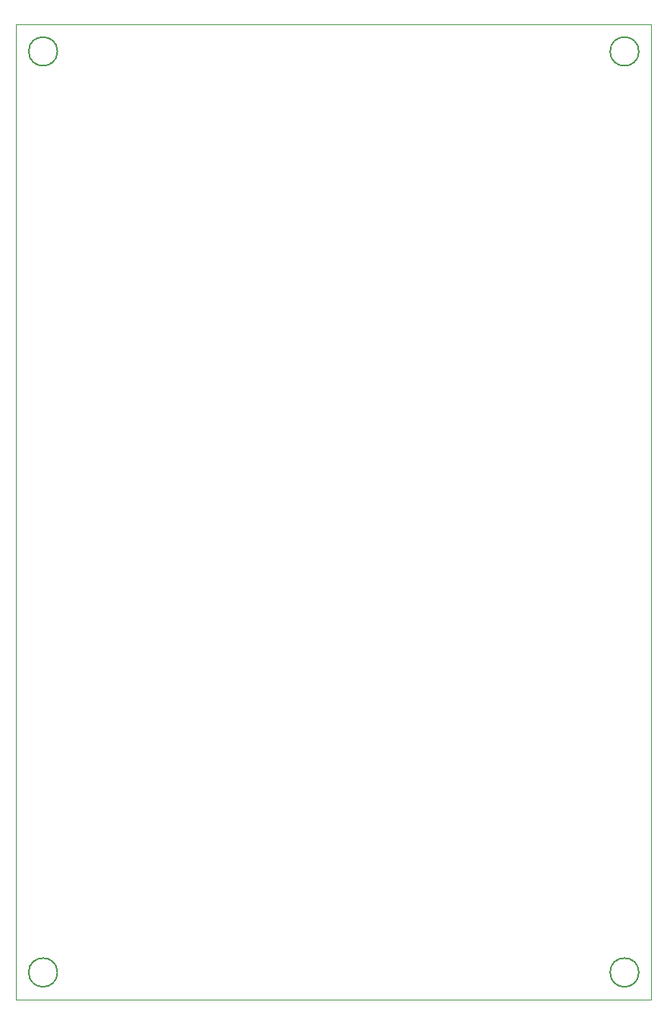
<source format=gbr>
G04 #@! TF.GenerationSoftware,KiCad,Pcbnew,(5.0.2-5-10.14)*
G04 #@! TF.CreationDate,2019-06-16T13:43:50-04:00*
G04 #@! TF.ProjectId,sequencer,73657175-656e-4636-9572-2e6b69636164,rev?*
G04 #@! TF.SameCoordinates,Original*
G04 #@! TF.FileFunction,Profile,NP*
%FSLAX46Y46*%
G04 Gerber Fmt 4.6, Leading zero omitted, Abs format (unit mm)*
G04 Created by KiCad (PCBNEW (5.0.2-5-10.14)) date Sunday, June 16, 2019 at 01:43:50 PM*
%MOMM*%
%LPD*%
G01*
G04 APERTURE LIST*
%ADD10C,0.050000*%
%ADD11C,0.200000*%
G04 APERTURE END LIST*
D10*
X132109600Y-51190200D02*
X61309600Y-51190200D01*
X61309600Y-159690200D02*
X132109600Y-159690200D01*
X132109600Y-159690200D02*
X132109600Y-51190200D01*
X61309600Y-159690200D02*
X61309600Y-51190200D01*
D11*
X130709600Y-54190200D02*
G75*
G03X130709600Y-54190200I-1600000J0D01*
G01*
X65909600Y-156690200D02*
G75*
G03X65909600Y-156690200I-1600000J0D01*
G01*
X65909600Y-54190200D02*
G75*
G03X65909600Y-54190200I-1600000J0D01*
G01*
X130709600Y-156690200D02*
G75*
G03X130709600Y-156690200I-1600000J0D01*
G01*
M02*

</source>
